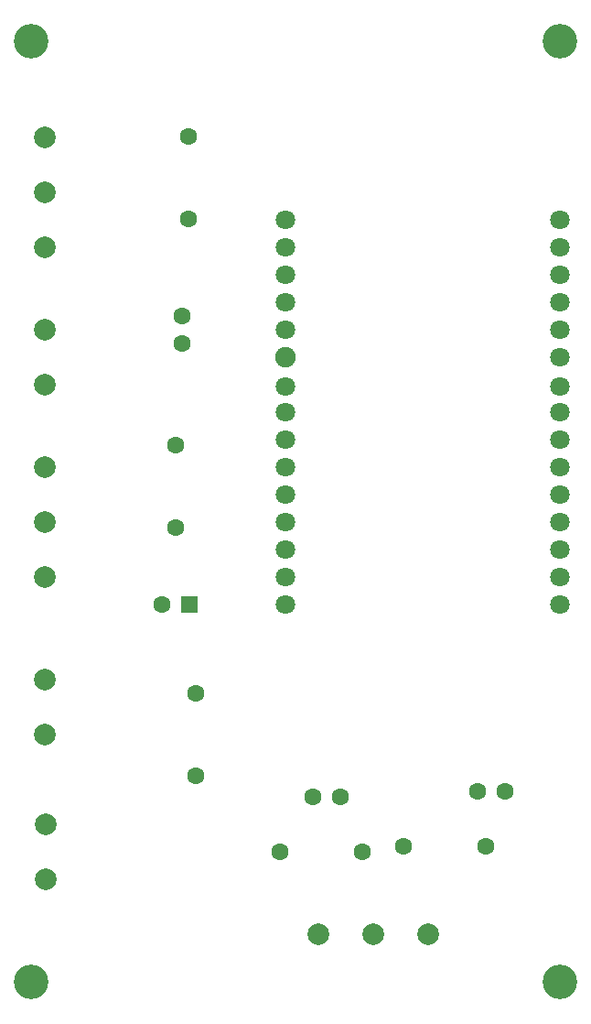
<source format=gbr>
%TF.GenerationSoftware,KiCad,Pcbnew,9.0.2*%
%TF.CreationDate,2025-07-10T18:43:41+01:00*%
%TF.ProjectId,Temperature-Controller,54656d70-6572-4617-9475-72652d436f6e,rev?*%
%TF.SameCoordinates,Original*%
%TF.FileFunction,Soldermask,Bot*%
%TF.FilePolarity,Negative*%
%FSLAX46Y46*%
G04 Gerber Fmt 4.6, Leading zero omitted, Abs format (unit mm)*
G04 Created by KiCad (PCBNEW 9.0.2) date 2025-07-10 18:43:41*
%MOMM*%
%LPD*%
G01*
G04 APERTURE LIST*
G04 Aperture macros list*
%AMRoundRect*
0 Rectangle with rounded corners*
0 $1 Rounding radius*
0 $2 $3 $4 $5 $6 $7 $8 $9 X,Y pos of 4 corners*
0 Add a 4 corners polygon primitive as box body*
4,1,4,$2,$3,$4,$5,$6,$7,$8,$9,$2,$3,0*
0 Add four circle primitives for the rounded corners*
1,1,$1+$1,$2,$3*
1,1,$1+$1,$4,$5*
1,1,$1+$1,$6,$7*
1,1,$1+$1,$8,$9*
0 Add four rect primitives between the rounded corners*
20,1,$1+$1,$2,$3,$4,$5,0*
20,1,$1+$1,$4,$5,$6,$7,0*
20,1,$1+$1,$6,$7,$8,$9,0*
20,1,$1+$1,$8,$9,$2,$3,0*%
G04 Aperture macros list end*
%ADD10C,2.000000*%
%ADD11C,1.600000*%
%ADD12RoundRect,0.250000X0.550000X0.550000X-0.550000X0.550000X-0.550000X-0.550000X0.550000X-0.550000X0*%
%ADD13C,1.800000*%
%ADD14C,1.900000*%
%ADD15C,3.200000*%
G04 APERTURE END LIST*
D10*
%TO.C,J2*%
X168275000Y-81280000D03*
X168275000Y-86360000D03*
X168275000Y-91440000D03*
%TD*%
D11*
%TO.C,C3*%
X193080000Y-111760000D03*
X195580000Y-111760000D03*
%TD*%
D12*
%TO.C,C1*%
X181610000Y-93980000D03*
D11*
X179110000Y-93980000D03*
%TD*%
D13*
%TO.C,U1*%
X190500000Y-58420000D03*
X190500000Y-60960000D03*
X190500000Y-63500000D03*
X190500000Y-66040000D03*
X190500000Y-68580000D03*
D14*
X190500000Y-71120000D03*
D13*
X190500000Y-73820000D03*
X190500000Y-76200000D03*
X190500000Y-81280000D03*
X190500000Y-78740000D03*
X190500000Y-83820000D03*
X190500000Y-86360000D03*
X190500000Y-88900000D03*
X190500000Y-91440000D03*
X190500000Y-93980000D03*
X215900000Y-58420000D03*
X215900000Y-60960000D03*
X215900000Y-63500000D03*
X215900000Y-66040000D03*
X215900000Y-68580000D03*
X215900000Y-71120000D03*
X215900000Y-73820000D03*
X215900000Y-76200000D03*
X215900000Y-78740000D03*
X215900000Y-81280000D03*
X215900000Y-83820000D03*
X215900000Y-86360000D03*
X215900000Y-88900000D03*
X215900000Y-91440000D03*
X215900000Y-93980000D03*
%TD*%
D15*
%TO.C,H3*%
X167005000Y-128905000D03*
%TD*%
D11*
%TO.C,R2*%
X182245000Y-109855000D03*
X182245000Y-102235000D03*
%TD*%
%TO.C,R1*%
X181550000Y-50730000D03*
X181550000Y-58350000D03*
%TD*%
%TO.C,C2*%
X180975000Y-69850000D03*
X180975000Y-67350000D03*
%TD*%
D15*
%TO.C,H2*%
X215900000Y-41910000D03*
%TD*%
%TO.C,H1*%
X167005000Y-41910000D03*
%TD*%
D10*
%TO.C,J3*%
X168275000Y-68580000D03*
X168275000Y-73660000D03*
%TD*%
D11*
%TO.C,C5*%
X208320000Y-111252000D03*
X210820000Y-111252000D03*
%TD*%
%TO.C,R3*%
X180340000Y-79248000D03*
X180340000Y-86868000D03*
%TD*%
%TO.C,R4*%
X197612000Y-116840000D03*
X189992000Y-116840000D03*
%TD*%
%TO.C,R5*%
X209042000Y-116332000D03*
X201422000Y-116332000D03*
%TD*%
D15*
%TO.C,H4*%
X215900000Y-128905000D03*
%TD*%
D10*
%TO.C,J1*%
X168275000Y-50800000D03*
X168275000Y-55880000D03*
X168275000Y-60960000D03*
%TD*%
%TO.C,J5*%
X193548000Y-124460000D03*
X198628000Y-124460000D03*
X203708000Y-124460000D03*
%TD*%
%TO.C,J4*%
X168275000Y-100965000D03*
X168275000Y-106045000D03*
%TD*%
%TO.C,J6*%
X168350000Y-114270000D03*
X168350000Y-119350000D03*
%TD*%
M02*

</source>
